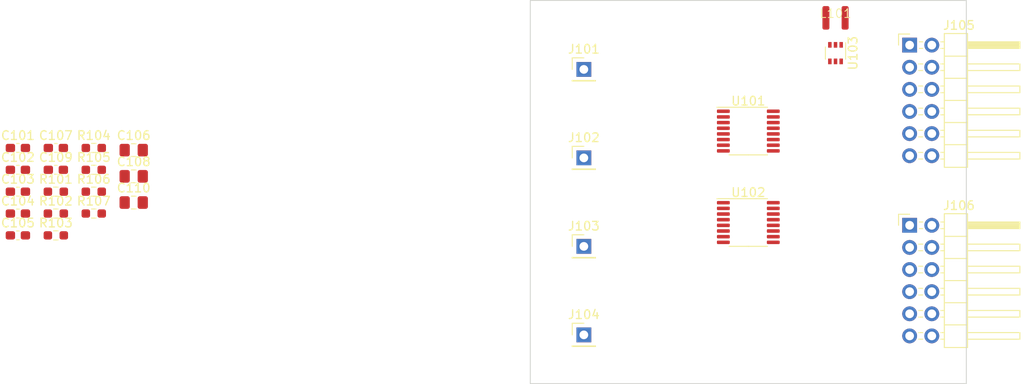
<source format=kicad_pcb>
(kicad_pcb (version 20221018) (generator pcbnew)
  (layers (0 "F.Cu" signal) (31 "B.Cu" signal) (34 "B.Paste" user) (35 "F.Paste" user) (36 "B.SilkS" user "B.Silkscreen") (37 "F.SilkS" user "F.Silkscreen") (38 "B.Mask" user) (39 "F.Mask" user) (44 "Edge.Cuts" user))
  (net 0 "")
  (net 1 "Net-(J101-Pin_1)")
  (net 2 "GND")
  (net 3 "Net-(J103-Pin_1)")
  (net 4 "Net-(U101-REFIO)")
  (net 5 "Net-(U102-REFIO)")
  (net 6 "Net-(C105-Pad1)")
  (net 7 "Net-(C107-Pad1)")
  (net 8 "+3V3")
  (net 9 "+5V")
  (net 10 "/ADC1_~{CS}")
  (net 11 "/ADC1_SDO-1")
  (net 12 "/ADC1_SCLK")
  (net 13 "/ADC1_RVS")
  (net 14 "/ADC1_SDI")
  (net 16 "/ADC1_SDO-0")
  (net 18 "/ADC2_~{CS}")
  (net 19 "/ADC2_SDO-1")
  (net 20 "/ADC2_SCLK")
  (net 21 "/ADC2_RVS")
  (net 22 "/ADC2_SDI")
  (net 24 "/ADC2_SDO-0")
  (net 26 "Net-(U101-REFCAP)")
  (net 27 "Net-(U102-REFCAP)")
  (net 28 "Net-(U101-~{RST})")
  (net 29 "Net-(U102-~{RST})")
  (net 30 "Net-(U103-~{SHDN})")
  (net 31 "Net-(U103-SW)")
  (footprint "Library:NRH3012" (layer "F.Cu") (at 133 52.5)
    (fp_text reference "L101" (at 0 -0.5 unlocked) (layer "F.SilkS") (effects (font (thickness 0.1))))
    (fp_text value locked "NRH3012T100MN")
    (pad "1" smd roundrect (at -1.1 0) (size 0.8 2.7) (layers "F.Cu" "F.Paste" "F.Mask") (net 8 "+3V3"))
    (pad "2" smd roundrect (at 1.1 0) (size 0.8 2.7) (layers "F.Cu" "F.Paste" "F.Mask") (net 31 "Net-(U103-SW)"))
  )
  (footprint "Capacitor_SMD:C_0603_1608Metric_Pad1.08x0.95mm_HandSolder" (layer "F.Cu") (at 39.243 77.477)
    (fp_text reference "C105" (at 0 -1.43) (layer "F.SilkS"))
    (fp_text value "1u")
    (fp_line (start -0.146267 -0.51) (end 0.146267 -0.51) (stroke (width 0.12)) (layer "F.SilkS"))
    (fp_line (start -0.146267 0.51) (end 0.146267 0.51) (stroke (width 0.12)) (layer "F.SilkS"))
    (pad "1" smd roundrect (at -0.8625 0) (size 1.075 0.95) (layers "F.Cu" "F.Paste" "F.Mask") (net 6 "Net-(C105-Pad1)"))
    (pad "2" smd roundrect (at 0.8625 0) (size 1.075 0.95) (layers "F.Cu" "F.Paste" "F.Mask") (net 2 "GND"))
  )
  (footprint "Connector_PinHeader_2.54mm:PinHeader_2x06_P2.54mm_Horizontal" (layer "F.Cu") (at 141.5 55.63)
    (fp_text reference "J105" (at 5.655 -2.27) (layer "F.SilkS"))
    (fp_text value "71764-0012")
    (fp_line (start -1.27 -1.27) (end 0 -1.27) (stroke (width 0.12)) (layer "F.SilkS"))
    (fp_line (start -1.27 0) (end -1.27 -1.27) (stroke (width 0.12)) (layer "F.SilkS"))
    (fp_line (start 1.042929 2.16) (end 1.497071 2.16) (stroke (width 0.12)) (layer "F.SilkS"))
    (fp_line (start 1.042929 2.92) (end 1.497071 2.92) (stroke (width 0.12)) (layer "F.SilkS"))
    (fp_line (start 1.042929 4.7) (end 1.497071 4.7) (stroke (width 0.12)) (layer "F.SilkS"))
    (fp_line (start 1.042929 5.46) (end 1.497071 5.46) (stroke (width 0.12)) (layer "F.SilkS"))
    (fp_line (start 1.042929 7.24) (end 1.497071 7.24) (stroke (width 0.12)) (layer "F.SilkS"))
    (fp_line (start 1.042929 8) (end 1.497071 8) (stroke (width 0.12)) (layer "F.SilkS"))
    (fp_line (start 1.042929 9.78) (end 1.497071 9.78) (stroke (width 0.12)) (layer "F.SilkS"))
    (fp_line (start 1.042929 10.54) (end 1.497071 10.54) (stroke (width 0.12)) (layer "F.SilkS"))
    (fp_line (start 1.042929 12.32) (end 1.497071 12.32) (stroke (width 0.12)) (layer "F.SilkS"))
    (fp_line (start 1.042929 13.08) (end 1.497071 13.08) (stroke (width 0.12)) (layer "F.SilkS"))
    (fp_line (start 1.11 -0.38) (end 1.497071 -0.38) (stroke (width 0.12)) (layer "F.SilkS"))
    (fp_line (start 1.11 0.38) (end 1.497071 0.38) (stroke (width 0.12)) (layer "F.SilkS"))
    (fp_line (start 3.582929 -0.38) (end 3.98 -0.38) (stroke (width 0.12)) (layer "F.SilkS"))
    (fp_line (start 3.582929 0.38) (end 3.98 0.38) (stroke (width 0.12)) (layer "F.SilkS"))
    (fp_line (start 3.582929 2.16) (end 3.98 2.16) (stroke (width 0.12)) (layer "F.SilkS"))
    (fp_line (start 3.582929 2.92) (end 3.98 2.92) (stroke (width 0.12)) (layer "F.SilkS"))
    (fp_line (start 3.582929 4.7) (end 3.98 4.7) (stroke (width 0.12)) (layer "F.SilkS"))
    (fp_line (start 3.582929 5.46) (end 3.98 5.46) (stroke (width 0.12)) (layer "F.SilkS"))
    (fp_line (start 3.582929 7.24) (end 3.98 7.24) (stroke (width 0.12)) (layer "F.SilkS"))
    (fp_line (start 3.582929 8) (end 3.98 8) (stroke (width 0.12)) (layer "F.SilkS"))
    (fp_line (start 3.582929 9.78) (end 3.98 9.78) (stroke (width 0.12)) (layer "F.SilkS"))
    (fp_line (start 3.582929 10.54) (end 3.98 10.54) (stroke (width 0.12)) (layer "F.SilkS"))
    (fp_line (start 3.582929 12.32) (end 3.98 12.32) (stroke (width 0.12)) (layer "F.SilkS"))
    (fp_line (start 3.582929 13.08) (end 3.98 13.08) (stroke (width 0.12)) (layer "F.SilkS"))
    (fp_line (start 3.98 -1.33) (end 3.98 14.03) (stroke (width 0.12)) (layer "F.SilkS"))
    (fp_line (start 3.98 1.27) (end 6.64 1.27) (stroke (width 0.12)) (layer "F.SilkS"))
    (fp_line (start 3.98 3.81) (end 6.64 3.81) (stroke (width 0.12)) (layer "F.SilkS"))
    (fp_line (start 3.98 6.35) (end 6.64 6.35) (stroke (width 0.12)) (layer "F.SilkS"))
    (fp_line (start 3.98 8.89) (end 6.64 8.89) (stroke (width 0.12)) (layer "F.SilkS"))
    (fp_line (start 3.98 11.43) (end 6.64 11.43) (stroke (width 0.12)) (layer "F.SilkS"))
    (fp_line (start 3.98 14.03) (end 6.64 14.03) (stroke (width 0.12)) (layer "F.SilkS"))
    (fp_line (start 6.64 -1.33) (end 3.98 -1.33) (stroke (width 0.12)) (layer "F.SilkS"))
    (fp_line (start 6.64 -0.38) (end 12.64 -0.38) (stroke (width 0.12)) (layer "F.SilkS"))
    (fp_line (start 6.64 -0.32) (end 12.64 -0.32) (stroke (width 0.12)) (layer "F.SilkS"))
    (fp_line (start 6.64 -0.2) (end 12.64 -0.2) (stroke (width 0.12)) (layer "F.SilkS"))
    (fp_line (start 6.64 -0.08) (end 12.64 -0.08) (stroke (width 0.12)) (layer "F.SilkS"))
    (fp_line (start 6.64 0.04) (end 12.64 0.04) (stroke (width 0.12)) (layer "F.SilkS"))
    (fp_line (start 6.64 0.16) (end 12.64 0.16) (stroke (width 0.12)) (layer "F.SilkS"))
    (fp_line (start 6.64 0.28) (end 12.64 0.28) (stroke (width 0.12)) (layer "F.SilkS"))
    (fp_line (start 6.64 2.16) (end 12.64 2.16) (stroke (width 0.12)) (layer "F.SilkS"))
    (fp_line (start 6.64 4.7) (end 12.64 4.7) (stroke (width 0.12)) (layer "F.SilkS"))
    (fp_line (start 6.64 7.24) (end 12.64 7.24) (stroke (width 0.12)) (layer "F.SilkS"))
    (fp_line (start 6.64 9.78) (end 12.64 9.78) (stroke (width 0.12)) (layer "F.SilkS"))
    (fp_line (start 6.64 12.32) (end 12.64 12.32) (stroke (width 0.12)) (layer "F.SilkS"))
    (fp_line (start 6.64 14.03) (end 6.64 -1.33) (stroke (width 0.12)) (layer "F.SilkS"))
    (fp_line (start 12.64 -0.38) (end 12.64 0.38) (stroke (width 0.12)) (layer "F.SilkS"))
    (fp_line (start 12.64 0.38) (end 6.64 0.38) (stroke (width 0.12)) (layer "F.SilkS"))
    (fp_line (start 12.64 2.16) (end 12.64 2.92) (stroke (width 0.12)) (layer "F.SilkS"))
    (fp_line (start 12.64 2.92) (end 6.64 2.92) (stroke (width 0.12)) (layer "F.SilkS"))
    (fp_line (start 12.64 4.7) (end 12.64 5.46) (stroke (width 0.12)) (layer "F.SilkS"))
    (fp_line (start 12.64 5.46) (end 6.64 5.46) (stroke (width 0.12)) (layer "F.SilkS"))
    (fp_line (start 12.64 7.24) (end 12.64 8) (stroke (width 0.12)) (layer "F.SilkS"))
    (fp_line (start 12.64 8) (end 6.64 8) (stroke (width 0.12)) (layer "F.SilkS"))
    (fp_line (start 12.64 9.78) (end 12.64 10.54) (stroke (width 0.12)) (layer "F.SilkS"))
    (fp_line (start 12.64 10.54) (end 6.64 10.54) (stroke (width 0.12)) (layer "F.SilkS"))
    (fp_line (start 12.64 12.32) (end 12.64 13.08) (stroke (width 0.12)) (layer "F.SilkS"))
    (fp_line (start 12.64 13.08) (end 6.64 13.08) (stroke (width 0.12)) (layer "F.SilkS"))
    (pad "1" thru_hole rect locked (at 0 0) (size 1.7 1.7) (drill 1) (layers "*.Cu" "*.Mask") (net 8 "+3V3"))
    (pad "2" thru_hole oval locked (at 2.54 0) (size 1.7 1.7) (drill 1) (layers "*.Cu" "*.Mask") (net 8 "+3V3"))
    (pad "3" thru_hole oval locked (at 0 2.54) (size 1.7 1.7) (drill 1) (layers "*.Cu" "*.Mask") (net 2 "GND"))
    (pad "4" thru_hole oval locked (at 2.54 2.54) (size 1.7 1.7) (drill 1) (layers "*.Cu" "*.Mask") (net 2 "GND"))
    (pad "5" thru_hole oval locked (at 0 5.08) (size 1.7 1.7) (drill 1) (layers "*.Cu" "*.Mask") (net 10 "/ADC1_~{CS}"))
    (pad "6" thru_hole oval locked (at 2.54 5.08) (size 1.7 1.7) (drill 1) (layers "*.Cu" "*.Mask") (net 11 "/ADC1_SDO-1"))
    (pad "7" thru_hole oval locked (at 0 7.62) (size 1.7 1.7) (drill 1) (layers "*.Cu" "*.Mask") (net 12 "/ADC1_SCLK"))
    (pad "8" thru_hole oval locked (at 2.54 7.62) (size 1.7 1.7) (drill 1) (layers "*.Cu" "*.Mask") (net 13 "/ADC1_RVS"))
    (pad "9" thru_hole oval locked (at 0 10.16) (size 1.7 1.7) (drill 1) (layers "*.Cu" "*.Mask") (net 14 "/ADC1_SDI"))
    (pad "10" thru_hole oval locked (at 2.54 10.16) (size 1.7 1.7) (drill 1) (layers "*.Cu" "*.Mask"))
    (pad "11" thru_hole oval locked (at 0 12.7) (size 1.7 1.7) (drill 1) (layers "*.Cu" "*.Mask") (net 16 "/ADC1_SDO-0"))
    (pad "12" thru_hole oval locked (at 2.54 12.7) (size 1.7 1.7) (drill 1) (layers "*.Cu" "*.Mask"))
  )
  (footprint "Capacitor_SMD:C_0805_2012Metric_Pad1.18x1.45mm_HandSolder" (layer "F.Cu") (at 52.523 73.707)
    (fp_text reference "C110" (at 0 -1.68) (layer "F.SilkS"))
    (fp_text value "GRM21BR60J226ME39L")
    (fp_line (start -0.261252 -0.735) (end 0.261252 -0.735) (stroke (width 0.12)) (layer "F.SilkS"))
    (fp_line (start -0.261252 0.735) (end 0.261252 0.735) (stroke (width 0.12)) (layer "F.SilkS"))
    (pad "1" smd roundrect (at -1.0375 0) (size 1.175 1.45) (layers "F.Cu" "F.Paste" "F.Mask") (roundrect_rratio 0.212766) (net 9 "+5V"))
    (pad "2" smd roundrect (at 1.0375 0) (size 1.175 1.45) (layers "F.Cu" "F.Paste" "F.Mask") (roundrect_rratio 0.212766) (net 2 "GND"))
  )
  (footprint "Capacitor_SMD:C_0603_1608Metric_Pad1.08x0.95mm_HandSolder" (layer "F.Cu") (at 39.243 69.947)
    (fp_text reference "C102" (at 0 -1.43) (layer "F.SilkS"))
    (fp_text value "330p")
    (fp_line (start -0.146267 -0.51) (end 0.146267 -0.51) (stroke (width 0.12)) (layer "F.SilkS"))
    (fp_line (start -0.146267 0.51) (end 0.146267 0.51) (stroke (width 0.12)) (layer "F.SilkS"))
    (pad "1" smd roundrect (at -0.8625 0) (size 1.075 0.95) (layers "F.Cu" "F.Paste" "F.Mask") (net 3 "Net-(J103-Pin_1)"))
    (pad "2" smd roundrect (at 0.8625 0) (size 1.075 0.95) (layers "F.Cu" "F.Paste" "F.Mask") (net 2 "GND"))
  )
  (footprint "Connector_PinHeader_2.54mm:PinHeader_1x01_P2.54mm_Vertical" (layer "F.Cu") (at 104.14 58.42)
    (fp_text reference "J101" (at 0 -2.33) (layer "F.SilkS"))
    (fp_text value "Conn_01x01")
    (fp_line (start -1.33 -1.33) (end 0 -1.33) (stroke (width 0.12)) (layer "F.SilkS"))
    (fp_line (start -1.33 0) (end -1.33 -1.33) (stroke (width 0.12)) (layer "F.SilkS"))
    (fp_line (start -1.33 1.27) (end -1.33 1.33) (stroke (width 0.12)) (layer "F.SilkS"))
    (fp_line (start -1.33 1.27) (end 1.33 1.27) (stroke (width 0.12)) (layer "F.SilkS"))
    (fp_line (start -1.33 1.33) (end 1.33 1.33) (stroke (width 0.12)) (layer "F.SilkS"))
    (fp_line (start 1.33 1.27) (end 1.33 1.33) (stroke (width 0.12)) (layer "F.SilkS"))
    (pad "1" thru_hole rect (at 0 0) (size 1.7 1.7) (drill 1) (layers "*.Cu" "*.Mask") (net 1 "Net-(J101-Pin_1)"))
  )
  (footprint "Resistor_SMD:R_0603_1608Metric_Pad0.98x0.95mm_HandSolder" (layer "F.Cu") (at 47.943 67.437)
    (fp_text reference "R104" (at 0 -1.43) (layer "F.SilkS"))
    (fp_text value "10k")
    (fp_line (start -0.254724 -0.5225) (end 0.254724 -0.5225) (stroke (width 0.12)) (layer "F.SilkS"))
    (fp_line (start -0.254724 0.5225) (end 0.254724 0.5225) (stroke (width 0.12)) (layer "F.SilkS"))
    (pad "1" smd roundrect (at -0.9125 0) (size 0.975 0.95) (layers "F.Cu" "F.Paste" "F.Mask") (net 8 "+3V3"))
    (pad "2" smd roundrect (at 0.9125 0) (size 0.975 0.95) (layers "F.Cu" "F.Paste" "F.Mask") (net 29 "Net-(U102-~{RST})"))
  )
  (footprint "Connector_PinHeader_2.54mm:PinHeader_1x01_P2.54mm_Vertical" (layer "F.Cu") (at 104.14 88.9)
    (fp_text reference "J104" (at 0 -2.33) (layer "F.SilkS"))
    (fp_text value "Conn_01x01")
    (fp_line (start -1.33 -1.33) (end 0 -1.33) (stroke (width 0.12)) (layer "F.SilkS"))
    (fp_line (start -1.33 0) (end -1.33 -1.33) (stroke (width 0.12)) (layer "F.SilkS"))
    (fp_line (start -1.33 1.27) (end -1.33 1.33) (stroke (width 0.12)) (layer "F.SilkS"))
    (fp_line (start -1.33 1.27) (end 1.33 1.27) (stroke (width 0.12)) (layer "F.SilkS"))
    (fp_line (start -1.33 1.33) (end 1.33 1.33) (stroke (width 0.12)) (layer "F.SilkS"))
    (fp_line (start 1.33 1.27) (end 1.33 1.33) (stroke (width 0.12)) (layer "F.SilkS"))
    (pad "1" thru_hole rect (at 0 0) (size 1.7 1.7) (drill 1) (layers "*.Cu" "*.Mask") (net 2 "GND"))
  )
  (footprint "Capacitor_SMD:C_0603_1608Metric_Pad1.08x0.95mm_HandSolder" (layer "F.Cu") (at 39.243 74.967)
    (fp_text reference "C104" (at 0 -1.43) (layer "F.SilkS"))
    (fp_text value "4u7")
    (fp_line (start -0.146267 -0.51) (end 0.146267 -0.51) (stroke (width 0.12)) (layer "F.SilkS"))
    (fp_line (start -0.146267 0.51) (end 0.146267 0.51) (stroke (width 0.12)) (layer "F.SilkS"))
    (pad "1" smd roundrect (at -0.8625 0) (size 1.075 0.95) (layers "F.Cu" "F.Paste" "F.Mask") (net 2 "GND"))
    (pad "2" smd roundrect (at 0.8625 0) (size 1.075 0.95) (layers "F.Cu" "F.Paste" "F.Mask") (net 5 "Net-(U102-REFIO)"))
  )
  (footprint "Resistor_SMD:R_0603_1608Metric_Pad0.98x0.95mm_HandSolder" (layer "F.Cu") (at 47.943 69.947)
    (fp_text reference "R105" (at 0 -1.43) (layer "F.SilkS"))
    (fp_text value "10k")
    (fp_line (start -0.254724 -0.5225) (end 0.254724 -0.5225) (stroke (width 0.12)) (layer "F.SilkS"))
    (fp_line (start -0.254724 0.5225) (end 0.254724 0.5225) (stroke (width 0.12)) (layer "F.SilkS"))
    (pad "1" smd roundrect (at -0.9125 0) (size 0.975 0.95) (layers "F.Cu" "F.Paste" "F.Mask") (net 8 "+3V3"))
    (pad "2" smd roundrect (at 0.9125 0) (size 0.975 0.95) (layers "F.Cu" "F.Paste" "F.Mask") (net 16 "/ADC1_SDO-0"))
  )
  (footprint "Capacitor_SMD:C_0603_1608Metric_Pad1.08x0.95mm_HandSolder" (layer "F.Cu") (at 39.243 72.457)
    (fp_text reference "C103" (at 0 -1.43) (layer "F.SilkS"))
    (fp_text value "4u7")
    (fp_line (start -0.146267 -0.51) (end 0.146267 -0.51) (stroke (width 0.12)) (layer "F.SilkS"))
    (fp_line (start -0.146267 0.51) (end 0.146267 0.51) (stroke (width 0.12)) (layer "F.SilkS"))
    (pad "1" smd roundrect (at -0.8625 0) (size 1.075 0.95) (layers "F.Cu" "F.Paste" "F.Mask") (net 2 "GND"))
    (pad "2" smd roundrect (at 0.8625 0) (size 1.075 0.95) (layers "F.Cu" "F.Paste" "F.Mask") (net 4 "Net-(U101-REFIO)"))
  )
  (footprint "Resistor_SMD:R_0603_1608Metric_Pad0.98x0.95mm_HandSolder" (layer "F.Cu") (at 43.593 77.477)
    (fp_text reference "R103" (at 0 -1.43) (layer "F.SilkS"))
    (fp_text value "10k")
    (fp_line (start -0.254724 -0.5225) (end 0.254724 -0.5225) (stroke (width 0.12)) (layer "F.SilkS"))
    (fp_line (start -0.254724 0.5225) (end 0.254724 0.5225) (stroke (width 0.12)) (layer "F.SilkS"))
    (pad "1" smd roundrect (at -0.9125 0) (size 0.975 0.95) (layers "F.Cu" "F.Paste" "F.Mask") (net 8 "+3V3"))
    (pad "2" smd roundrect (at 0.9125 0) (size 0.975 0.95) (layers "F.Cu" "F.Paste" "F.Mask") (net 28 "Net-(U101-~{RST})"))
  )
  (footprint "Connector_PinHeader_2.54mm:PinHeader_2x06_P2.54mm_Horizontal" (layer "F.Cu") (at 141.5 76.32)
    (fp_text reference "J106" (at 5.655 -2.27) (layer "F.SilkS"))
    (fp_text value "71764-0012")
    (fp_line (start -1.27 -1.27) (end 0 -1.27) (stroke (width 0.12)) (layer "F.SilkS"))
    (fp_line (start -1.27 0) (end -1.27 -1.27) (stroke (width 0.12)) (layer "F.SilkS"))
    (fp_line (start 1.042929 2.16) (end 1.497071 2.16) (stroke (width 0.12)) (layer "F.SilkS"))
    (fp_line (start 1.042929 2.92) (end 1.497071 2.92) (stroke (width 0.12)) (layer "F.SilkS"))
    (fp_line (start 1.042929 4.7) (end 1.497071 4.7) (stroke (width 0.12)) (layer "F.SilkS"))
    (fp_line (start 1.042929 5.46) (end 1.497071 5.46) (stroke (width 0.12)) (layer "F.SilkS"))
    (fp_line (start 1.042929 7.24) (end 1.497071 7.24) (stroke (width 0.12)) (layer "F.SilkS"))
    (fp_line (start 1.042929 8) (end 1.497071 8) (stroke (width 0.12)) (layer "F.SilkS"))
    (fp_line (start 1.042929 9.78) (end 1.497071 9.78) (stroke (width 0.12)) (layer "F.SilkS"))
    (fp_line (start 1.042929 10.54) (end 1.497071 10.54) (stroke (width 0.12)) (layer "F.SilkS"))
    (fp_line (start 1.042929 12.32) (end 1.497071 12.32) (stroke (width 0.12)) (layer "F.SilkS"))
    (fp_line (start 1.042929 13.08) (end 1.497071 13.08) (stroke (width 0.12)) (layer "F.SilkS"))
    (fp_line (start 1.11 -0.38) (end 1.497071 -0.38) (stroke (width 0.12)) (layer "F.SilkS"))
    (fp_line (start 1.11 0.38) (end 1.497071 0.38) (stroke (width 0.12)) (layer "F.SilkS"))
    (fp_line (start 3.582929 -0.38) (end 3.98 -0.38) (stroke (width 0.12)) (layer "F.SilkS"))
    (fp_line (start 3.582929 0.38) (end 3.98 0.38) (stroke (width 0.12)) (layer "F.SilkS"))
    (fp_line (start 3.582929 2.16) (end 3.98 2.16) (stroke (width 0.12)) (layer "F.SilkS"))
    (fp_line (start 3.582929 2.92) (end 3.98 2.92) (stroke (width 0.12)) (layer "F.SilkS"))
    (fp_line (start 3.582929 4.7) (end 3.98 4.7) (stroke (width 0.12)) (layer "F.SilkS"))
    (fp_line (start 3.582929 5.46) (end 3.98 5.46) (stroke (width 0.12)) (layer "F.SilkS"))
    (fp_line (start 3.582929 7.24) (end 3.98 7.24) (stroke (width 0.12)) (layer "F.SilkS"))
    (fp_line (start 3.582929 8) (end 3.98 8) (stroke (width 0.12)) (layer "F.SilkS"))
    (fp_line (start 3.582929 9.78) (end 3.98 9.78) (stroke (width 0.12)) (layer "F.SilkS"))
    (fp_line (start 3.582929 10.54) (end 3.98 10.54) (stroke (width 0.12)) (layer "F.SilkS"))
    (fp_line (start 3.582929 12.32) (end 3.98 12.32) (stroke (width 0.12)) (layer "F.SilkS"))
    (fp_line (start 3.582929 13.08) (end 3.98 13.08) (stroke (width 0.12)) (layer "F.SilkS"))
    (fp_line (start 3.98 -1.33) (end 3.98 14.03) (stroke (width 0.12)) (layer "F.SilkS"))
    (fp_line (start 3.98 1.27) (end 6.64 1.27) (stroke (width 0.12)) (layer "F.SilkS"))
    (fp_line (start 3.98 3.81) (end 6.64 3.81) (stroke (width 0.12)) (layer "F.SilkS"))
    (fp_line (start 3.98 6.35) (end 6.64 6.35) (stroke (width 0.12)) (layer "F.SilkS"))
    (fp_line (start 3.98 8.89) (end 6.64 8.89) (stroke (width 0.12)) (layer "F.SilkS"))
    (fp_line (start 3.98 11.43) (end 6.64 11.43) (stroke (width 0.12)) (layer "F.SilkS"))
    (fp_line (start 3.98 14.03) (end 6.64 14.03) (stroke (width 0.12)) (layer "F.SilkS"))
    (fp_line (start 6.64 -1.33) (end 3.98 -1.33) (stroke (width 0.12)) (layer "F.SilkS"))
    (fp_line (start 6.64 -0.38) (end 12.64 -0.38) (stroke (width 0.12)) (layer "F.SilkS"))
    (fp_line (start 6.64 -0.32) (end 12.64 -0.32) (stroke (width 0.12)) (layer "F.SilkS"))
    (fp_line (start 6.64 -0.2) (end 12.64 -0.2) (stroke (width 0.12)) (layer "F.SilkS"))
    (fp_line (start 6.64 -0.08) (end 12.64 -0.08) (stroke (width 0.12)) (layer "F.SilkS"))
    (fp_line (start 6.64 0.04) (end 12.64 0.04) (stroke (width 0.12)) (layer "F.SilkS"))
    (fp_line (start 6.64 0.16) (end 12.64 0.16) (stroke (width 0.12)) (layer "F.SilkS"))
    (fp_line (start 6.64 0.28) (end 12.64 0.28) (stroke (width 0.12)) (layer "F.SilkS"))
    (fp_line (start 6.64 2.16) (end 12.64 2.16) (stroke (width 0.12)) (layer "F.SilkS"))
    (fp_line (start 6.64 4.7) (end 12.64 4.7) (stroke (width 0.12)) (layer "F.SilkS"))
    (fp_line (start 6.64 7.24) (end 12.64 7.24) (stroke (width 0.12)) (layer "F.SilkS"))
    (fp_line (start 6.64 9.78) (end 12.64 9.78) (stroke (width 0.12)) (layer "F.SilkS"))
    (fp_line (start 6.64 12.32) (end 12.64 12.32) (stroke (width 0.12)) (layer "F.SilkS"))
    (fp_line (start 6.64 14.03) (end 6.64 -1.33) (stroke (width 0.12)) (layer "F.SilkS"))
    (fp_line (start 12.64 -0.38) (end 12.64 0.38) (stroke (width 0.12)) (layer "F.SilkS"))
    (fp_line (start 12.64 0.38) (end 6.64 0.38) (stroke (width 0.12)) (layer "F.SilkS"))
    (fp_line (start 12.64 2.16) (end 12.64 2.92) (stroke (width 0.12)) (layer "F.SilkS"))
    (fp_line (start 12.64 2.92) (end 6.64 2.92) (stroke (width 0.12)) (layer "F.SilkS"))
    (fp_line (start 12.64 4.7) (end 12.64 5.46) (stroke (width 0.12)) (layer "F.SilkS"))
    (fp_line (start 12.64 5.46) (end 6.64 5.46) (stroke (width 0.12)) (layer "F.SilkS"))
    (fp_line (start 12.64 7.24) (end 12.64 8) (stroke (width 0.12)) (layer "F.SilkS"))
    (fp_line (start 12.64 8) (end 6.64 8) (stroke (width 0.12)) (layer "F.SilkS"))
    (fp_line (start 12.64 9.78) (end 12.64 10.54) (stroke (width 0.12)) (layer "F.SilkS"))
    (fp_line (start 12.64 10.54) (end 6.64 10.54) (stroke (width 0.12)) (layer "F.SilkS"))
    (fp_line (start 12.64 12.32) (end 12.64 13.08) (stroke (width 0.12)) (layer "F.SilkS"))
    (fp_line (start 12.64 13.08) (end 6.64 13.08) (stroke (width 0.12)) (layer "F.SilkS"))
    (pad "1" thru_hole rect locked (at 0 0) (size 1.7 1.7) (drill 1) (layers "*.Cu" "*.Mask") (net 8 "+3V3"))
    (pad "2" thru_hole oval locked (at 2.54 0) (size 1.7 1.7) (drill 1) (layers "*.Cu" "*.Mask") (net 8 "+3V3"))
    (pad "3" thru_hole oval locked (at 0 2.54) (size 1.7 1.7) (drill 1) (layers "*.Cu" "*.Mask") (net 2 "GND"))
    (pad "4" thru_hole oval locked (at 2.54 2.54) (size 1.7 1.7) (drill 1) (layers "*.Cu" "*.Mask") (net 2 "GND"))
    (pad "5" thru_hole oval locked (at 0 5.08) (size 1.7 1.7) (drill 1) (layers "*.Cu" "*.Mask") (net 18 "/ADC2_~{CS}"))
    (pad "6" thru_hole oval locked (at 2.54 5.08) (size 1.7 1.7) (drill 1) (layers "*.Cu" "*.Mask") (net 19 "/ADC2_SDO-1"))
    (pad "7" thru_hole oval locked (at 0 7.62) (size 1.7 1.7) (drill 1) (layers "*.Cu" "*.Mask") (net 20 "/ADC2_SCLK"))
    (pad "8" thru_hole oval locked (at 2.54 7.62) (size 1.7 1.7) (drill 1) (layers "*.Cu" "*.Mask") (net 21 "/ADC2_RVS"))
    (pad "9" thru_hole oval locked (at 0 10.16) (size 1.7 1.7) (drill 1) (layers "*.Cu" "*.Mask") (net 22 "/ADC2_SDI"))
    (pad "10" thru_hole oval locked (at 2.54 10.16) (size 1.7 1.7) (drill 1) (layers "*.Cu" "*.Mask"))
    (pad "11" thru_hole oval locked (at 0 12.7) (size 1.7 1.7) (drill 1) (layers "*.Cu" "*.Mask") (net 24 "/ADC2_SDO-0"))
    (pad "12" thru_hole oval locked (at 2.54 12.7) (size 1.7 1.7) (drill 1) (layers "*.Cu" "*.Mask"))
  )
  (footprint "Connector_PinHeader_2.54mm:PinHeader_1x01_P2.54mm_Vertical" (layer "F.Cu") (at 104.14 78.74)
    (fp_text reference "J103" (at 0 -2.33) (layer "F.SilkS"))
    (fp_text value "Conn_01x01")
    (fp_line (start -1.33 -1.33) (end 0 -1.33) (stroke (width 0.12)) (layer "F.SilkS"))
    (fp_line (start -1.33 0) (end -1.33 -1.33) (stroke (width 0.12)) (layer "F.SilkS"))
    (fp_line (start -1.33 1.27) (end -1.33 1.33) (stroke (width 0.12)) (layer "F.SilkS"))
    (fp_line (start -1.33 1.27) (end 1.33 1.27) (stroke (width 0.12)) (layer "F.SilkS"))
    (fp_line (start -1.33 1.33) (end 1.33 1.33) (stroke (width 0.12)) (layer "F.SilkS"))
    (fp_line (start 1.33 1.27) (end 1.33 1.33) (stroke (width 0.12)) (layer "F.SilkS"))
    (pad "1" thru_hole rect (at 0 0) (size 1.7 1.7) (drill 1) (layers "*.Cu" "*.Mask") (net 3 "Net-(J103-Pin_1)"))
  )
  (footprint "Capacitor_SMD:C_0805_2012Metric_Pad1.18x1.45mm_HandSolder" (layer "F.Cu") (at 52.523 67.687)
    (fp_text reference "C106" (at 0 -1.68) (layer "F.SilkS"))
    (fp_text value "22u")
    (fp_line (start -0.261252 -0.735) (end 0.261252 -0.735) (stroke (width 0.12)) (layer "F.SilkS"))
    (fp_line (start -0.261252 0.735) (end 0.261252 0.735) (stroke (width 0.12)) (layer "F.SilkS"))
    (pad "1" smd roundrect (at -1.0375 0) (size 1.175 1.45) (layers "F.Cu" "F.Paste" "F.Mask") (roundrect_rratio 0.212766) (net 6 "Net-(C105-Pad1)"))
    (pad "2" smd roundrect (at 1.0375 0) (size 1.175 1.45) (layers "F.Cu" "F.Paste" "F.Mask") (roundrect_rratio 0.212766) (net 2 "GND"))
  )
  (footprint "Package_SO:TSSOP-16_4.4x5mm_P0.65mm" (layer "F.Cu") (at 123 65.5)
    (fp_text reference "U101" (at 0 -3.45) (layer "F.SilkS"))
    (fp_text value "ADS8681IPWR")
    (fp_line (start 0 -2.735) (end -3.6 -2.735) (stroke (width 0.12)) (layer "F.SilkS"))
    (fp_line (start 0 -2.735) (end 2.2 -2.735) (stroke (width 0.12)) (layer "F.SilkS"))
    (fp_line (start 0 2.735) (end -2.2 2.735) (stroke (width 0.12)) (layer "F.SilkS"))
    (fp_line (start 0 2.735) (end 2.2 2.735) (stroke (width 0.12)) (layer "F.SilkS"))
    (pad "1" smd roundrect (at -2.8625 -2.275) (size 1.475 0.4) (layers "F.Cu" "F.Paste" "F.Mask") (net 2 "GND"))
    (pad "2" smd roundrect (at -2.8625 -1.625) (size 1.475 0.4) (layers "F.Cu" "F.Paste" "F.Mask") (net 9 "+5V"))
    (pad "3" smd roundrect (at -2.8625 -0.975) (size 1.475 0.4) (layers "F.Cu" "F.Paste" "F.Mask") (net 2 "GND"))
    (pad "4" smd roundrect (at -2.8625 -0.325) (size 1.475 0.4) (layers "F.Cu" "F.Paste" "F.Mask") (net 4 "Net-(U101-REFIO)"))
    (pad "5" smd roundrect (at -2.8625 0.325) (size 1.475 0.4) (layers "F.Cu" "F.Paste" "F.Mask") (net 2 "GND"))
    (pad "6" smd roundrect (at -2.8625 0.975) (size 1.475 0.4) (layers "F.Cu" "F.Paste" "F.Mask") (net 26 "Net-(U101-REFCAP)"))
    (pad "7" smd roundrect (at -2.8625 1.625) (size 1.475 0.4) (layers "F.Cu" "F.Paste" "F.Mask") (net 1 "Net-(J101-Pin_1)"))
    (pad "8" smd roundrect (at -2.8625 2.275) (size 1.475 0.4) (layers "F.Cu" "F.Paste" "F.Mask") (net 2 "GND"))
    (pad "9" smd roundrect (at 2.8625 2.275) (size 1.475 0.4) (layers "F.Cu" "F.Paste" "F.Mask") (net 28 "Net-(U101-~{RST})"))
    (pad "10" smd roundrect (at 2.8625 1.625) (size 1.475 0.4) (layers "F.Cu" "F.Paste" "F.Mask") (net 14 "/ADC1_SDI"))
    (pad "11" smd roundrect (at 2.8625 0.975) (size 1.475 0.4) (layers "F.Cu" "F.Paste" "F.Mask") (net 10 "/ADC1_~{CS}"))
    (pad "12" smd roundrect (at 2.8625 0.325) (size 1.475 0.4) (layers "F.Cu" "F.Paste" "F.Mask") (net 12 "/ADC1_SCLK"))
    (pad "13" smd roundrect (at 2.8625 -0.325) (size 1.475 0.4) (layers "F.Cu" "F.Paste" "F.Mask") (net 16 "/ADC1_SDO-0"))
    (pad "14" smd roundrect (at 2.8625 -0.975) (size 1.475 0.4) (layers "F.Cu" "F.Paste" "F.Mask") (net 11 "/ADC1_SDO-1"))
    (pad "15" smd roundrect (at 2.8625 -1.625) (size 1.475 0.4) (layers "F.Cu" "F.Paste" "F.Mask") (net 13 "/ADC1_RVS"))
    (pad "16" smd roundrect (at 2.8625 -2.275) (size 1.475 0.4) (layers "F.Cu" "F.Paste" "F.Mask") (net 8 "+3V3"))
  )
  (footprint "Connector_PinHeader_2.54mm:PinHeader_1x01_P2.54mm_Vertical" (layer "F.Cu") (at 104.14 68.58)
    (fp_text reference "J102" (at 0 -2.33) (layer "F.SilkS"))
    (fp_text value "Conn_01x01")
    (fp_line (start -1.33 -1.33) (end 0 -1.33) (stroke (width 0.12)) (layer "F.SilkS"))
    (fp_line (start -1.33 0) (end -1.33 -1.33) (stroke (width 0.12)) (layer "F.SilkS"))
    (fp_line (start -1.33 1.27) (end -1.33 1.33) (stroke (width 0.12)) (layer "F.SilkS"))
    (fp_line (start -1.33 1.27) (end 1.33 1.27) (stroke (width 0.12)) (layer "F.SilkS"))
    (fp_line (start -1.33 1.33) (end 1.33 1.33) (stroke (width 0.12)) (layer "F.SilkS"))
    (fp_line (start 1.33 1.27) (end 1.33 1.33) (stroke (width 0.12)) (layer "F.SilkS"))
    (pad "1" thru_hole rect (at 0 0) (size 1.7 1.7) (drill 1) (layers "*.Cu" "*.Mask") (net 2 "GND"))
  )
  (footprint "Capacitor_SMD:C_0805_2012Metric_Pad1.18x1.45mm_HandSolder" (layer "F.Cu") (at 52.523 70.697)
    (fp_text reference "C108" (at 0 -1.68) (layer "F.SilkS"))
    (fp_text value "22u")
    (fp_line (start -0.261252 -0.735) (end 0.261252 -0.735) (stroke (width 0.12)) (layer "F.SilkS"))
    (fp_line (start -0.261252 0.735) (end 0.261252 0.735) (stroke (width 0.12)) (layer "F.SilkS"))
    (pad "1" smd roundrect (at -1.0375 0) (size 1.175 1.45) (layers "F.Cu" "F.Paste" "F.Mask") (roundrect_rratio 0.212766) (net 7 "Net-(C107-Pad1)"))
    (pad "2" smd roundrect (at 1.0375 0) (size 1.175 1.45) (layers "F.Cu" "F.Paste" "F.Mask") (roundrect_rratio 0.212766) (net 2 "GND"))
  )
  (footprint "Package_TO_SOT_SMD:SOT-363_SC-70-6" (layer "F.Cu") (at 133 56.55 -90)
    (fp_text reference "U103" (at 0 -2 90) (layer "F.SilkS"))
    (fp_text value "LTC3525-5")
    (fp_line (start -0.7 1.16) (end 0.7 1.16) (stroke (width 0.12)) (layer "F.SilkS"))
    (fp_line (start 0.7 -1.16) (end -1.2 -1.16) (stroke (width 0.12)) (layer "F.SilkS"))
    (pad "1" smd rect (at -0.95 -0.65 270) (size 0.65 0.4) (layers "F.Cu" "F.Paste" "F.Mask") (net 30 "Net-(U103-~{SHDN})"))
    (pad "2" smd rect (at -0.95 0 270) (size 0.65 0.4) (layers "F.Cu" "F.Paste" "F.Mask") (net 2 "GND"))
    (pad "3" smd rect (at -0.95 0.65 270) (size 0.65 0.4) (layers "F.Cu" "F.Paste" "F.Mask") (net 8 "+3V3"))
    (pad "4" smd rect (at 0.95 0.65 270) (size 0.65 0.4) (layers "F.Cu" "F.Paste" "F.Mask") (net 9 "+5V"))
    (pad "5" smd rect (at 0.95 0 270) (size 0.65 0.4) (layers "F.Cu" "F.Paste" "F.Mask") (net 2 "GND"))
    (pad "6" smd rect (at 0.95 -0.65 270) (size 0.65 0.4) (layers "F.Cu" "F.Paste" "F.Mask") (net 31 "Net-(U103-SW)"))
  )
  (footprint "Capacitor_SMD:C_0603_1608Metric_Pad1.08x0.95mm_HandSolder" (layer "F.Cu") (at 43.593 69.947)
    (fp_text reference "C109" (at 0 -1.43) (layer "F.SilkS"))
    (fp_text value "1u")
    (fp_line (start -0.146267 -0.51) (end 0.146267 -0.51) (stroke (width 0.12)) (layer "F.SilkS"))
    (fp_line (start -0.146267 0.51) (end 0.146267 0.51) (stroke (width 0.12)) (layer "F.SilkS"))
    (pad "1" smd roundrect (at -0.8625 0) (size 1.075 0.95) (layers "F.Cu" "F.Paste" "F.Mask") (net 8 "+3V3"))
    (pad "2" smd roundrect (at 0.8625 0) (size 1.075 0.95) (layers "F.Cu" "F.Paste" "F.Mask") (net 2 "GND"))
  )
  (footprint "Resistor_SMD:R_0603_1608Metric_Pad0.98x0.95mm_HandSolder" (layer "F.Cu") (at 47.943 74.967)
    (fp_text reference "R107" (at 0 -1.43) (layer "F.SilkS"))
    (fp_text value "0")
    (fp_line (start -0.254724 -0.5225) (end 0.254724 -0.5225) (stroke (width 0.12)) (layer "F.SilkS"))
    (fp_line (start -0.254724 0.5225) (end 0.254724 0.5225) (stroke (width 0.12)) (layer "F.SilkS"))
    (pad "1" smd roundrect (at -0.9125 0) (size 0.975 0.95) (layers "F.Cu" "F.Paste" "F.Mask") (net 8 "+3V3"))
    (pad "2" smd roundrect (at 0.9125 0) (size 0.975 0.95) (layers "F.Cu" "F.Paste" "F.Mask") (net 30 "Net-(U103-~{SHDN})"))
  )
  (footprint "Package_SO:TSSOP-16_4.4x5mm_P0.65mm" (layer "F.Cu") (at 123 76)
    (fp_text reference "U102" (at 0 -3.45) (layer "F.SilkS"))
    (fp_text value "ADS8681IPWR")
    (fp_line (start 0 -2.735) (end -3.6 -2.735) (stroke (width 0.12)) (layer "F.SilkS"))
    (fp_line (start 0 -2.735) (end 2.2 -2.735) (stroke (width 0.12)) (layer "F.SilkS"))
    (fp_line (start 0 2.735) (end -2.2 2.735) (stroke (width 0.12)) (layer "F.SilkS"))
    (fp_line (start 0 2.735) (end 2.2 2.735) (stroke (width 0.12)) (layer "F.SilkS"))
    (pad "1" smd roundrect (at -2.8625 -2.275) (size 1.475 0.4) (layers "F.Cu" "F.Paste" "F.Mask") (net 2 "GND"))
    (pad "2" smd roundrect (at -2.8625 -1.625) (size 1.475 0.4) (layers "F.Cu" "F.Paste" "F.Mask") (net 9 "+5V"))
    (pad "3" smd roundrect (at -2.8625 -0.975) (size 1.475 0.4) (layers "F.Cu" "F.Paste" "F.Mask") (net 2 "GND"))
    (pad "4" smd roundrect (at -2.8625 -0.325) (size 1.475 0.4) (layers "F.Cu" "F.Paste" "F.Mask") (net 5 "Net-(U102-REFIO)"))
    (pad "5" smd roundrect (at -2.8625 0.325) (size 1.475 0.4) (layers "F.Cu" "F.Paste" "F.Mask") (net 2 "GND"))
    (pad "6" smd roundrect (at -2.8625 0.975) (size 1.475 0.4) (layers "F.Cu" "F.Paste" "F.Mask") (net 27 "Net-(U102-REFCAP)"))
    (pad "7" smd roundrect (at -2.8625 1.625) (size 1.475 0.4) (layers "F.Cu" "F.Paste" "F.Mask") (net 3 "Net-(J103-Pin_1)"))
    (pad "8" smd roundrect (at -2.8625 2.275) (size 1.475 0.4) (layers "F.Cu" "F.Paste" "F.Mask") (net 2 "GND"))
    (pad "9" smd roundrect (at 2.8625 2.275) (size 1.475 0.4) (layers "F.Cu" "F.Paste" "F.Mask") (net 29 "Net-(U102-~{RST})"))
    (pad "10" smd roundrect (at 2.8625 1.625) (size 1.475 0.4) (layers "F.Cu" "F.Paste" "F.Mask") (net 22 "/ADC2_SDI"))
    (pad "11" smd roundrect (at 2.8625 0.975) (size 1.475 0.4) (layers "F.Cu" "F.Paste" "F.Mask") (net 18 "/ADC2_~{CS}"))
    (pad "12" smd roundrect (at 2.8625 0.325) (size 1.475 0.4) (layers "F.Cu" "F.Paste" "F.Mask") (net 20 "/ADC2_SCLK"))
    (pad "13" smd roundrect (at 2.8625 -0.325) (size 1.475 0.4) (layers "F.Cu" "F.Paste" "F.Mask") (net 24 "/ADC2_SDO-0"))
    (pad "14" smd roundrect (at 2.8625 -0.975) (size 1.475 0.4) (layers "F.Cu" "F.Paste" "F.Mask") (net 19 "/ADC2_SDO-1"))
    (pad "15" smd roundrect (at 2.8625 -1.625) (size 1.475 0.4) (layers "F.Cu" "F.Paste" "F.Mask") (net 21 "/ADC2_RVS"))
    (pad "16" smd roundrect (at 2.8625 -2.275) (size 1.475 0.4) (layers "F.Cu" "F.Paste" "F.Mask") (net 8 "+3V3"))
  )
  (footprint "Capacitor_SMD:C_0603_1608Metric_Pad1.08x0.95mm_HandSolder" (layer "F.Cu") (at 39.243 67.437)
    (fp_text reference "C101" (at 0 -1.43) (layer "F.SilkS"))
    (fp_text value "330p")
    (fp_line (start -0.146267 -0.51) (end 0.146267 -0.51) (stroke (width 0.12)) (layer "F.SilkS"))
    (fp_line (start -0.146267 0.51) (end 0.146267 0.51) (stroke (width 0.12)) (layer "F.SilkS"))
    (pad "1" smd roundrect (at -0.8625 0) (size 1.075 0.95) (layers "F.Cu" "F.Paste" "F.Mask") (net 1 "Net-(J101-Pin_1)"))
    (pad "2" smd roundrect (at 0.8625 0) (size 1.075 0.95) (layers "F.Cu" "F.Paste" "F.Mask") (net 2 "GND"))
  )
  (footprint "Resistor_SMD:R_0603_1608Metric_Pad0.98x0.95mm_HandSolder" (layer "F.Cu") (at 43.593 74.967)
    (fp_text reference "R102" (at 0 -1.43) (layer "F.SilkS"))
    (fp_text value "0R22")
    (fp_line (start -0.254724 -0.5225) (end 0.254724 -0.5225) (stroke (width 0.12)) (layer "F.SilkS"))
    (fp_line (start -0.254724 0.5225) (end 0.254724 0.5225) (stroke (width 0.12)) (layer "F.SilkS"))
    (pad "1" smd roundrect (at -0.9125 0) (size 0.975 0.95) (layers "F.Cu" "F.Paste" "F.Mask") (net 27 "Net-(U102-REFCAP)"))
    (pad "2" smd roundrect (at 0.9125 0) (size 0.975 0.95) (layers "F.Cu" "F.Paste" "F.Mask") (net 7 "Net-(C107-Pad1)"))
  )
  (footprint "Capacitor_SMD:C_0603_1608Metric_Pad1.08x0.95mm_HandSolder" (layer "F.Cu") (at 43.593 67.437)
    (fp_text reference "C107" (at 0 -1.43) (layer "F.SilkS"))
    (fp_text value "1u")
    (fp_line (start -0.146267 -0.51) (end 0.146267 -0.51) (stroke (width 0.12)) (layer "F.SilkS"))
    (fp_line (start -0.146267 0.51) (end 0.146267 0.51) (stroke (width 0.12)) (layer "F.SilkS"))
    (pad "1" smd roundrect (at -0.8625 0) (size 1.075 0.95) (layers "F.Cu" "F.Paste" "F.Mask") (net 7 "Net-(C107-Pad1)"))
    (pad "2" smd roundrect (at 0.8625 0) (size 1.075 0.95) (layers "F.Cu" "F.Paste" "F.Mask") (net 2 "GND"))
  )
  (footprint "Resistor_SMD:R_0603_1608Metric_Pad0.98x0.95mm_HandSolder" (layer "F.Cu") (at 47.943 72.457)
    (fp_text reference "R106" (at 0 -1.43) (layer "F.SilkS"))
    (fp_text value "10k")
    (fp_line (start -0.254724 -0.5225) (end 0.254724 -0.5225) (stroke (width 0.12)) (layer "F.SilkS"))
    (fp_line (start -0.254724 0.5225) (end 0.254724 0.5225) (stroke (width 0.12)) (layer "F.SilkS"))
    (pad "1" smd roundrect (at -0.9125 0) (size 0.975 0.95) (layers "F.Cu" "F.Paste" "F.Mask") (net 8 "+3V3"))
    (pad "2" smd roundrect (at 0.9125 0) (size 0.975 0.95) (layers "F.Cu" "F.Paste" "F.Mask") (net 24 "/ADC2_SDO-0"))
  )
  (footprint "Resistor_SMD:R_0603_1608Metric_Pad0.98x0.95mm_HandSolder" (layer "F.Cu") (at 43.593 72.457)
    (fp_text reference "R101" (at 0 -1.43) (layer "F.SilkS"))
    (fp_text value "0R22")
    (fp_line (start -0.254724 -0.5225) (end 0.254724 -0.5225) (stroke (width 0.12)) (layer "F.SilkS"))
    (fp_line (start -0.254724 0.5225) (end 0.254724 0.5225) (stroke (width 0.12)) (layer "F.SilkS"))
    (pad "1" smd roundrect (at -0.9125 0) (size 0.975 0.95) (layers "F.Cu" "F.Paste" "F.Mask") (net 26 "Net-(U101-REFCAP)"))
    (pad "2" smd roundrect (at 0.9125 0) (size 0.975 0.95) (layers "F.Cu" "F.Paste" "F.Mask") (net 6 "Net-(C105-Pad1)"))
  )
  (gr_rect (start 98 50.5) (end 148 94.5) (stroke (width 0.1)) (fill none) (layer "Edge.Cuts"))
)
</source>
